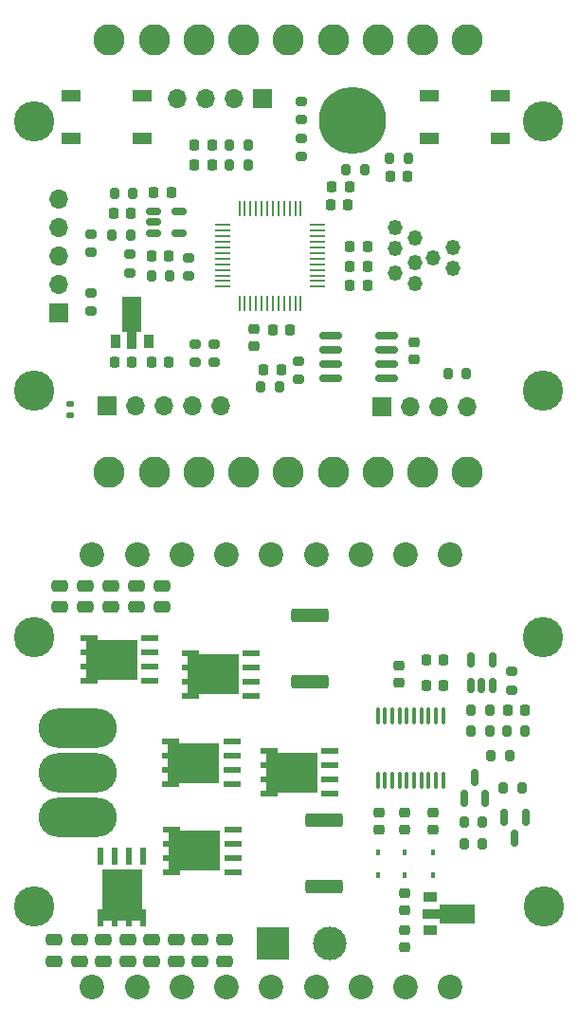
<source format=gbr>
%TF.GenerationSoftware,KiCad,Pcbnew,7.0.1*%
%TF.CreationDate,2023-06-12T22:17:34+07:00*%
%TF.ProjectId,servo_motor,73657276-6f5f-46d6-9f74-6f722e6b6963,rev?*%
%TF.SameCoordinates,Original*%
%TF.FileFunction,Soldermask,Top*%
%TF.FilePolarity,Negative*%
%FSLAX46Y46*%
G04 Gerber Fmt 4.6, Leading zero omitted, Abs format (unit mm)*
G04 Created by KiCad (PCBNEW 7.0.1) date 2023-06-12 22:17:34*
%MOMM*%
%LPD*%
G01*
G04 APERTURE LIST*
G04 Aperture macros list*
%AMRoundRect*
0 Rectangle with rounded corners*
0 $1 Rounding radius*
0 $2 $3 $4 $5 $6 $7 $8 $9 X,Y pos of 4 corners*
0 Add a 4 corners polygon primitive as box body*
4,1,4,$2,$3,$4,$5,$6,$7,$8,$9,$2,$3,0*
0 Add four circle primitives for the rounded corners*
1,1,$1+$1,$2,$3*
1,1,$1+$1,$4,$5*
1,1,$1+$1,$6,$7*
1,1,$1+$1,$8,$9*
0 Add four rect primitives between the rounded corners*
20,1,$1+$1,$2,$3,$4,$5,0*
20,1,$1+$1,$4,$5,$6,$7,0*
20,1,$1+$1,$6,$7,$8,$9,0*
20,1,$1+$1,$8,$9,$2,$3,0*%
%AMFreePoly0*
4,1,9,3.862500,-0.866500,0.737500,-0.866500,0.737500,-0.450000,-0.737500,-0.450000,-0.737500,0.450000,0.737500,0.450000,0.737500,0.866500,3.862500,0.866500,3.862500,-0.866500,3.862500,-0.866500,$1*%
G04 Aperture macros list end*
%ADD10RoundRect,0.225000X0.250000X-0.225000X0.250000X0.225000X-0.250000X0.225000X-0.250000X-0.225000X0*%
%ADD11R,1.700000X1.700000*%
%ADD12O,1.700000X1.700000*%
%ADD13C,3.600000*%
%ADD14RoundRect,0.200000X0.200000X0.275000X-0.200000X0.275000X-0.200000X-0.275000X0.200000X-0.275000X0*%
%ADD15RoundRect,0.225000X-0.225000X-0.250000X0.225000X-0.250000X0.225000X0.250000X-0.225000X0.250000X0*%
%ADD16R,0.450000X0.600000*%
%ADD17RoundRect,0.200000X0.275000X-0.200000X0.275000X0.200000X-0.275000X0.200000X-0.275000X-0.200000X0*%
%ADD18RoundRect,0.250000X0.475000X-0.250000X0.475000X0.250000X-0.475000X0.250000X-0.475000X-0.250000X0*%
%ADD19RoundRect,0.250000X-0.475000X0.250000X-0.475000X-0.250000X0.475000X-0.250000X0.475000X0.250000X0*%
%ADD20RoundRect,0.225000X-0.250000X0.225000X-0.250000X-0.225000X0.250000X-0.225000X0.250000X0.225000X0*%
%ADD21RoundRect,0.250000X-1.425000X0.362500X-1.425000X-0.362500X1.425000X-0.362500X1.425000X0.362500X0*%
%ADD22RoundRect,0.135000X-0.185000X0.135000X-0.185000X-0.135000X0.185000X-0.135000X0.185000X0.135000X0*%
%ADD23O,1.300000X1.400000*%
%ADD24RoundRect,0.250000X1.425000X-0.362500X1.425000X0.362500X-1.425000X0.362500X-1.425000X-0.362500X0*%
%ADD25RoundRect,0.225000X0.225000X0.250000X-0.225000X0.250000X-0.225000X-0.250000X0.225000X-0.250000X0*%
%ADD26RoundRect,0.200000X-0.200000X-0.275000X0.200000X-0.275000X0.200000X0.275000X-0.200000X0.275000X0*%
%ADD27R,1.600000X0.600000*%
%ADD28R,4.600000X3.600000*%
%ADD29R,0.900000X1.300000*%
%ADD30FreePoly0,90.000000*%
%ADD31RoundRect,0.100000X-0.100000X0.637500X-0.100000X-0.637500X0.100000X-0.637500X0.100000X0.637500X0*%
%ADD32O,7.000000X3.500000*%
%ADD33RoundRect,0.200000X-0.275000X0.200000X-0.275000X-0.200000X0.275000X-0.200000X0.275000X0.200000X0*%
%ADD34C,2.200000*%
%ADD35RoundRect,0.150000X0.150000X-0.587500X0.150000X0.587500X-0.150000X0.587500X-0.150000X-0.587500X0*%
%ADD36R,1.700000X1.000000*%
%ADD37RoundRect,0.150000X-0.512500X-0.150000X0.512500X-0.150000X0.512500X0.150000X-0.512500X0.150000X0*%
%ADD38R,0.600000X1.600000*%
%ADD39R,3.600000X4.600000*%
%ADD40R,0.228600X1.473200*%
%ADD41R,1.473200X0.228600*%
%ADD42C,6.000000*%
%ADD43R,3.000000X3.000000*%
%ADD44C,3.000000*%
%ADD45RoundRect,0.150000X-0.150000X0.587500X-0.150000X-0.587500X0.150000X-0.587500X0.150000X0.587500X0*%
%ADD46RoundRect,0.150000X0.150000X-0.512500X0.150000X0.512500X-0.150000X0.512500X-0.150000X-0.512500X0*%
%ADD47RoundRect,0.150000X-0.825000X-0.150000X0.825000X-0.150000X0.825000X0.150000X-0.825000X0.150000X0*%
%ADD48R,1.300000X0.900000*%
%ADD49FreePoly0,0.000000*%
%ADD50RoundRect,0.218750X-0.218750X-0.256250X0.218750X-0.256250X0.218750X0.256250X-0.218750X0.256250X0*%
%ADD51C,2.800000*%
G04 APERTURE END LIST*
D10*
%TO.C,C25*%
X158946018Y-122468178D03*
X158946018Y-120918178D03*
%TD*%
D11*
%TO.C,J2*%
X128000000Y-65775000D03*
D12*
X128000000Y-63235000D03*
X128000000Y-60695000D03*
X128000000Y-58155000D03*
X128000000Y-55615000D03*
%TD*%
D13*
%TO.C,H3*%
X171265018Y-48700167D03*
%TD*%
%TO.C,H5*%
X125799018Y-94782178D03*
%TD*%
D14*
%TO.C,R11*%
X144925000Y-52600000D03*
X143275000Y-52600000D03*
%TD*%
%TO.C,R2*%
X147725000Y-72400000D03*
X146075000Y-72400000D03*
%TD*%
D15*
%TO.C,C41*%
X152425000Y-54500000D03*
X153975000Y-54500000D03*
%TD*%
%TO.C,C28*%
X136325000Y-60700000D03*
X137875000Y-60700000D03*
%TD*%
D16*
%TO.C,D2*%
X158946018Y-113925178D03*
X158946018Y-116025178D03*
%TD*%
D15*
%TO.C,C17*%
X154050000Y-61600000D03*
X155600000Y-61600000D03*
%TD*%
D16*
%TO.C,D1*%
X161486018Y-113925178D03*
X161486018Y-116025178D03*
%TD*%
D17*
%TO.C,R5*%
X130900000Y-60400000D03*
X130900000Y-58750000D03*
%TD*%
D18*
%TO.C,C7*%
X137229018Y-92036178D03*
X137229018Y-90136178D03*
%TD*%
D19*
%TO.C,C21*%
X136340018Y-121759178D03*
X136340018Y-123659178D03*
%TD*%
D20*
%TO.C,C32*%
X158946018Y-117616178D03*
X158946018Y-119166178D03*
%TD*%
D17*
%TO.C,R13*%
X149400000Y-71725000D03*
X149400000Y-70075000D03*
%TD*%
D21*
%TO.C,R16*%
X150437018Y-92822678D03*
X150437018Y-98747678D03*
%TD*%
D22*
%TO.C,TH1*%
X129000000Y-73890000D03*
X129000000Y-74910000D03*
%TD*%
D14*
%TO.C,R26*%
X134411800Y-58817600D03*
X132761800Y-58817600D03*
%TD*%
D19*
%TO.C,C15*%
X132022018Y-121759178D03*
X132022018Y-123659178D03*
%TD*%
D15*
%TO.C,C1*%
X146325000Y-70900000D03*
X147875000Y-70900000D03*
%TD*%
D16*
%TO.C,D5*%
X156533018Y-113925178D03*
X156533018Y-116025178D03*
%TD*%
D18*
%TO.C,C6*%
X134943018Y-92036178D03*
X134943018Y-90136178D03*
%TD*%
%TO.C,C34*%
X130371018Y-92036178D03*
X130371018Y-90136178D03*
%TD*%
D23*
%TO.C,U4*%
X163234007Y-61816828D03*
X163234007Y-59916828D03*
X161434007Y-60866828D03*
X159834007Y-63166828D03*
X159834007Y-61266828D03*
X158034007Y-62216828D03*
X158034007Y-58167828D03*
X158034007Y-60067828D03*
X159834007Y-59117828D03*
%TD*%
D13*
%TO.C,H6*%
X125799018Y-118782200D03*
%TD*%
D19*
%TO.C,C19*%
X134181018Y-121759178D03*
X134181018Y-123659178D03*
%TD*%
D24*
%TO.C,R14*%
X151707018Y-117035678D03*
X151707018Y-111110678D03*
%TD*%
D25*
%TO.C,C26*%
X134575000Y-70200000D03*
X133025000Y-70200000D03*
%TD*%
D10*
%TO.C,C8*%
X161486018Y-111940178D03*
X161486018Y-110390178D03*
%TD*%
D26*
%TO.C,R23*%
X164243018Y-111237178D03*
X165893018Y-111237178D03*
%TD*%
D27*
%TO.C,Q4*%
X143476018Y-107884178D03*
X143476018Y-106614178D03*
X143476018Y-105344178D03*
X143476018Y-104074178D03*
X138015018Y-104074178D03*
X138015018Y-105344178D03*
X138015018Y-106614178D03*
X138015018Y-107884178D03*
D28*
X140047018Y-105979178D03*
%TD*%
D15*
%TO.C,C11*%
X147125000Y-67300000D03*
X148675000Y-67300000D03*
%TD*%
D26*
%TO.C,R21*%
X167743018Y-108237178D03*
X169393018Y-108237178D03*
%TD*%
D29*
%TO.C,U11*%
X133062000Y-68294000D03*
D30*
X134562000Y-68206500D03*
D29*
X136062000Y-68294000D03*
%TD*%
D27*
%TO.C,Q3*%
X152239018Y-108731178D03*
X152239018Y-107461178D03*
X152239018Y-106191178D03*
X152239018Y-104921178D03*
X146778018Y-104921178D03*
X146778018Y-106191178D03*
X146778018Y-107461178D03*
X146778018Y-108731178D03*
D28*
X148810018Y-106826178D03*
%TD*%
D25*
%TO.C,C2*%
X162388018Y-96801178D03*
X160838018Y-96801178D03*
%TD*%
D31*
%TO.C,U3*%
X162379018Y-101812678D03*
X161729018Y-101812678D03*
X161079018Y-101812678D03*
X160429018Y-101812678D03*
X159779018Y-101812678D03*
X159129018Y-101812678D03*
X158479018Y-101812678D03*
X157829018Y-101812678D03*
X157179018Y-101812678D03*
X156529018Y-101812678D03*
X156529018Y-107537678D03*
X157179018Y-107537678D03*
X157829018Y-107537678D03*
X158479018Y-107537678D03*
X159129018Y-107537678D03*
X159779018Y-107537678D03*
X160429018Y-107537678D03*
X161079018Y-107537678D03*
X161729018Y-107537678D03*
X162379018Y-107537678D03*
%TD*%
D14*
%TO.C,R12*%
X144925000Y-50800000D03*
X143275000Y-50800000D03*
%TD*%
D26*
%TO.C,R24*%
X132975000Y-55100000D03*
X134625000Y-55100000D03*
%TD*%
D32*
%TO.C,J3*%
X129736018Y-102834178D03*
X129736018Y-106834178D03*
X129736018Y-110834178D03*
%TD*%
D10*
%TO.C,C13*%
X158946018Y-111940178D03*
X158946018Y-110390178D03*
%TD*%
D14*
%TO.C,R10*%
X166502018Y-101246178D03*
X164852018Y-101246178D03*
%TD*%
D33*
%TO.C,R20*%
X139600000Y-60875000D03*
X139600000Y-62525000D03*
%TD*%
D11*
%TO.C,J6*%
X132320000Y-74100000D03*
D12*
X134860000Y-74100000D03*
X137400000Y-74100000D03*
X139940000Y-74100000D03*
X142480000Y-74100000D03*
%TD*%
D34*
%TO.C,P1*%
X131006018Y-87403178D03*
X135006018Y-87403178D03*
X139006018Y-87403178D03*
X143006018Y-87403178D03*
X147006018Y-87403178D03*
X151006018Y-87403178D03*
X155006018Y-87403178D03*
X159006018Y-87403178D03*
X163006018Y-87403178D03*
%TD*%
D35*
%TO.C,Q8*%
X164218018Y-109174678D03*
X166118018Y-109174678D03*
X165168018Y-107299678D03*
%TD*%
D17*
%TO.C,R27*%
X134400000Y-62225000D03*
X134400000Y-60575000D03*
%TD*%
D26*
%TO.C,R17*%
X162775000Y-71200000D03*
X164425000Y-71200000D03*
%TD*%
D36*
%TO.C,SW1*%
X129150000Y-46400000D03*
X135450000Y-46400000D03*
X129150000Y-50200000D03*
X135450000Y-50200000D03*
%TD*%
D17*
%TO.C,R4*%
X130900000Y-65625000D03*
X130900000Y-63975000D03*
%TD*%
D14*
%TO.C,R8*%
X169693018Y-103087178D03*
X168043018Y-103087178D03*
%TD*%
D37*
%TO.C,U9*%
X136462500Y-56750000D03*
X136462500Y-57700000D03*
X136462500Y-58650000D03*
X138737500Y-58650000D03*
X138737500Y-56750000D03*
%TD*%
D13*
%TO.C,H7*%
X171265018Y-94782178D03*
%TD*%
D25*
%TO.C,C22*%
X138075000Y-55000000D03*
X136525000Y-55000000D03*
%TD*%
D18*
%TO.C,C10*%
X132657018Y-92036178D03*
X132657018Y-90136178D03*
%TD*%
D38*
%TO.C,Q6*%
X135586018Y-114319178D03*
X134316018Y-114319178D03*
X133046018Y-114319178D03*
X131776018Y-114319178D03*
X131776018Y-119780178D03*
X133046018Y-119780178D03*
X134316018Y-119780178D03*
X135586018Y-119780178D03*
D39*
X133681018Y-117748178D03*
%TD*%
D14*
%TO.C,R22*%
X165893018Y-113187178D03*
X164243018Y-113187178D03*
%TD*%
D33*
%TO.C,R3*%
X149700000Y-50175000D03*
X149700000Y-51825000D03*
%TD*%
D34*
%TO.C,P3*%
X131006018Y-126011178D03*
X135006018Y-126011178D03*
X139006018Y-126011178D03*
X143006018Y-126011178D03*
X147006018Y-126011178D03*
X151006018Y-126011178D03*
X155006018Y-126011178D03*
X159006018Y-126011178D03*
X163006018Y-126011178D03*
%TD*%
D15*
%TO.C,C20*%
X154050000Y-63300000D03*
X155600000Y-63300000D03*
%TD*%
D33*
%TO.C,R19*%
X141900000Y-68575000D03*
X141900000Y-70225000D03*
%TD*%
D10*
%TO.C,C35*%
X159800000Y-69975000D03*
X159800000Y-68425000D03*
%TD*%
D27*
%TO.C,Q5*%
X143587018Y-115732178D03*
X143587018Y-114462178D03*
X143587018Y-113192178D03*
X143587018Y-111922178D03*
X138126018Y-111922178D03*
X138126018Y-113192178D03*
X138126018Y-114462178D03*
X138126018Y-115732178D03*
D28*
X140158018Y-113827178D03*
%TD*%
D19*
%TO.C,C12*%
X127577018Y-121759178D03*
X127577018Y-123659178D03*
%TD*%
D40*
%TO.C,U2*%
X144150000Y-64916400D03*
X144649999Y-64916400D03*
X145150001Y-64916400D03*
X145650000Y-64916400D03*
X146149999Y-64916400D03*
X146650000Y-64916400D03*
X147150000Y-64916400D03*
X147650001Y-64916400D03*
X148150000Y-64916400D03*
X148649999Y-64916400D03*
X149150001Y-64916400D03*
X149650000Y-64916400D03*
D41*
X151116400Y-63450000D03*
X151116400Y-62950001D03*
X151116400Y-62449999D03*
X151116400Y-61950000D03*
X151116400Y-61450001D03*
X151116400Y-60950000D03*
X151116400Y-60450000D03*
X151116400Y-59949999D03*
X151116400Y-59450000D03*
X151116400Y-58950001D03*
X151116400Y-58449999D03*
X151116400Y-57950000D03*
D40*
X149650000Y-56483600D03*
X149150001Y-56483600D03*
X148649999Y-56483600D03*
X148150000Y-56483600D03*
X147650001Y-56483600D03*
X147150000Y-56483600D03*
X146650000Y-56483600D03*
X146149999Y-56483600D03*
X145650000Y-56483600D03*
X145150001Y-56483600D03*
X144649999Y-56483600D03*
X144150000Y-56483600D03*
D41*
X142683600Y-57950000D03*
X142683600Y-58449999D03*
X142683600Y-58950001D03*
X142683600Y-59450000D03*
X142683600Y-59949999D03*
X142683600Y-60450000D03*
X142683600Y-60950000D03*
X142683600Y-61450001D03*
X142683600Y-61950000D03*
X142683600Y-62449999D03*
X142683600Y-62950001D03*
X142683600Y-63450000D03*
%TD*%
D15*
%TO.C,C36*%
X152325000Y-56100000D03*
X153875000Y-56100000D03*
%TD*%
D13*
%TO.C,H4*%
X171265018Y-72700187D03*
%TD*%
D42*
%TO.C,TP1*%
X154300000Y-48600000D03*
%TD*%
D14*
%TO.C,R25*%
X137925000Y-62500000D03*
X136275000Y-62500000D03*
%TD*%
D10*
%TO.C,C16*%
X156660018Y-111940178D03*
X156660018Y-110390178D03*
%TD*%
D17*
%TO.C,R6*%
X168468018Y-99462178D03*
X168468018Y-97812178D03*
%TD*%
D43*
%TO.C,J5*%
X147135018Y-122074178D03*
D44*
X152215018Y-122074178D03*
%TD*%
D19*
%TO.C,C27*%
X140658018Y-121759178D03*
X140658018Y-123659178D03*
%TD*%
D13*
%TO.C,H1*%
X125799018Y-48700167D03*
%TD*%
D10*
%TO.C,C3*%
X158438018Y-98846178D03*
X158438018Y-97296178D03*
%TD*%
D45*
%TO.C,Q7*%
X169718018Y-110799678D03*
X167818018Y-110799678D03*
X168768018Y-112674678D03*
%TD*%
D19*
%TO.C,C14*%
X129863018Y-121759178D03*
X129863018Y-123659178D03*
%TD*%
D18*
%TO.C,C31*%
X128085018Y-92036178D03*
X128085018Y-90136178D03*
%TD*%
D15*
%TO.C,C33*%
X136325000Y-70200000D03*
X137875000Y-70200000D03*
%TD*%
D26*
%TO.C,R15*%
X157575000Y-52000000D03*
X159225000Y-52000000D03*
%TD*%
D15*
%TO.C,C18*%
X157625000Y-53600000D03*
X159175000Y-53600000D03*
%TD*%
D33*
%TO.C,R18*%
X140200000Y-68575000D03*
X140200000Y-70225000D03*
%TD*%
D46*
%TO.C,U1*%
X164854018Y-99081678D03*
X165804018Y-99081678D03*
X166754018Y-99081678D03*
X166754018Y-96806678D03*
X164854018Y-96806678D03*
%TD*%
D27*
%TO.C,Q1*%
X145206018Y-99976178D03*
X145206018Y-98706178D03*
X145206018Y-97436178D03*
X145206018Y-96166178D03*
X139745018Y-96166178D03*
X139745018Y-97436178D03*
X139745018Y-98706178D03*
X139745018Y-99976178D03*
D28*
X141777018Y-98071178D03*
%TD*%
D36*
%TO.C,RST1*%
X167450000Y-50200000D03*
X161150000Y-50200000D03*
X167450000Y-46400000D03*
X161150000Y-46400000D03*
%TD*%
D26*
%TO.C,R29*%
X153675000Y-53000000D03*
X155325000Y-53000000D03*
%TD*%
D20*
%TO.C,C9*%
X145500000Y-67225000D03*
X145500000Y-68775000D03*
%TD*%
D15*
%TO.C,C4*%
X168143018Y-101287178D03*
X169693018Y-101287178D03*
%TD*%
D47*
%TO.C,U5*%
X152325000Y-67795000D03*
X152325000Y-69065000D03*
X152325000Y-70335000D03*
X152325000Y-71605000D03*
X157275000Y-71605000D03*
X157275000Y-70335000D03*
X157275000Y-69065000D03*
X157275000Y-67795000D03*
%TD*%
D48*
%TO.C,U12*%
X161218018Y-117937178D03*
D49*
X161305518Y-119437178D03*
D48*
X161218018Y-120937178D03*
%TD*%
D19*
%TO.C,C24*%
X138499018Y-121759178D03*
X138499018Y-123659178D03*
%TD*%
D27*
%TO.C,Q2*%
X136148018Y-98656178D03*
X136148018Y-97386178D03*
X136148018Y-96116178D03*
X136148018Y-94846178D03*
X130687018Y-94846178D03*
X130687018Y-96116178D03*
X130687018Y-97386178D03*
X130687018Y-98656178D03*
D28*
X132719018Y-96751178D03*
%TD*%
D50*
%TO.C,D3*%
X140137500Y-50800000D03*
X141712500Y-50800000D03*
%TD*%
D11*
%TO.C,J4*%
X156873218Y-74144378D03*
D12*
X159413218Y-74144378D03*
X161953218Y-74144378D03*
X164493218Y-74144378D03*
%TD*%
D25*
%TO.C,C5*%
X162388018Y-99087178D03*
X160838018Y-99087178D03*
%TD*%
D14*
%TO.C,R7*%
X168280018Y-105310178D03*
X166630018Y-105310178D03*
%TD*%
D13*
%TO.C,H2*%
X125799018Y-72700187D03*
%TD*%
D11*
%TO.C,J1*%
X146246018Y-46636178D03*
D12*
X143706018Y-46636178D03*
X141166018Y-46636178D03*
X138626018Y-46636178D03*
%TD*%
D15*
%TO.C,C23*%
X154050000Y-59900000D03*
X155600000Y-59900000D03*
%TD*%
D25*
%TO.C,C30*%
X134438000Y-56938000D03*
X132888000Y-56938000D03*
%TD*%
D17*
%TO.C,R1*%
X149700000Y-48525000D03*
X149700000Y-46875000D03*
%TD*%
D51*
%TO.C,P2*%
X132532018Y-80037178D03*
X136532018Y-80037178D03*
X140532018Y-80037178D03*
X144532018Y-80037178D03*
X148532018Y-80037178D03*
X152532018Y-80037178D03*
X156532018Y-80037178D03*
X160532018Y-80037178D03*
X164532018Y-80037178D03*
%TD*%
D19*
%TO.C,C29*%
X142817018Y-121759178D03*
X142817018Y-123659178D03*
%TD*%
D13*
%TO.C,H8*%
X171392018Y-118782200D03*
%TD*%
D51*
%TO.C,P4*%
X132532018Y-41429178D03*
X136532018Y-41429178D03*
X140532018Y-41429178D03*
X144532018Y-41429178D03*
X148532018Y-41429178D03*
X152532018Y-41429178D03*
X156532018Y-41429178D03*
X160532018Y-41429178D03*
X164532018Y-41429178D03*
%TD*%
D26*
%TO.C,R9*%
X164852018Y-103151178D03*
X166502018Y-103151178D03*
%TD*%
D50*
%TO.C,D4*%
X140137500Y-52600000D03*
X141712500Y-52600000D03*
%TD*%
M02*

</source>
